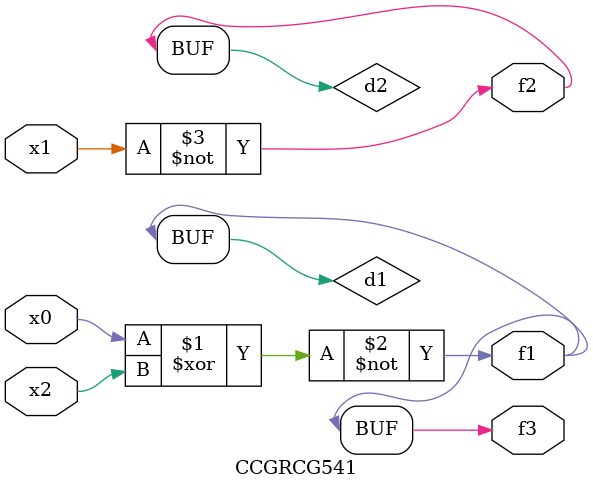
<source format=v>
module CCGRCG541(
	input x0, x1, x2,
	output f1, f2, f3
);

	wire d1, d2, d3;

	xnor (d1, x0, x2);
	nand (d2, x1);
	nor (d3, x1, x2);
	assign f1 = d1;
	assign f2 = d2;
	assign f3 = d1;
endmodule

</source>
